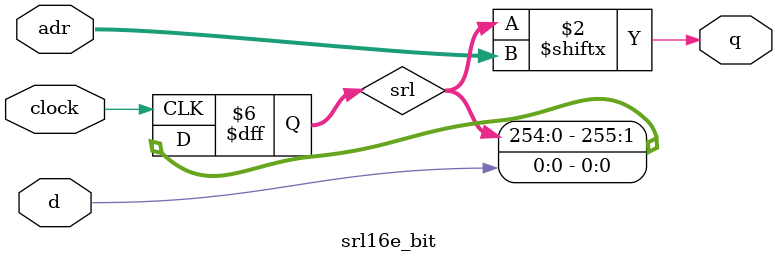
<source format=v>
`timescale 1ns / 1ps
	module srl16e_bit(clock,adr,d,q);

//-------------------------------------------------------------------------------------------------------------------
// Generics caller may override
//-------------------------------------------------------------------------------------------------------------------
	parameter ADR_WIDTH = 8;		// Addess width
	parameter SRL_DEPTH = 256;		// Shift register stages may be less than 2**ADR_WIDTH

	initial	$display("srl16e_bit: ADR_WIDTH=%d",ADR_WIDTH);
	initial	$display("srl16e_bit: SRL_DEPTH=%d",SRL_DEPTH);

//-------------------------------------------------------------------------------------------------------------------
// Ports
//-------------------------------------------------------------------------------------------------------------------
	input					clock;
	input	[ADR_WIDTH-1:0]	adr;
	input					d;
	output					q;

// Shift d left by adr places
	reg [SRL_DEPTH-1:0] srl=0;

	always @(posedge clock) begin
	srl <= {srl[SRL_DEPTH-2:0], d};
	end

	assign q = srl[adr];
	
//-----------------------------------------------------------------------------------------------------------------------
	endmodule
//-----------------------------------------------------------------------------------------------------------------------

</source>
